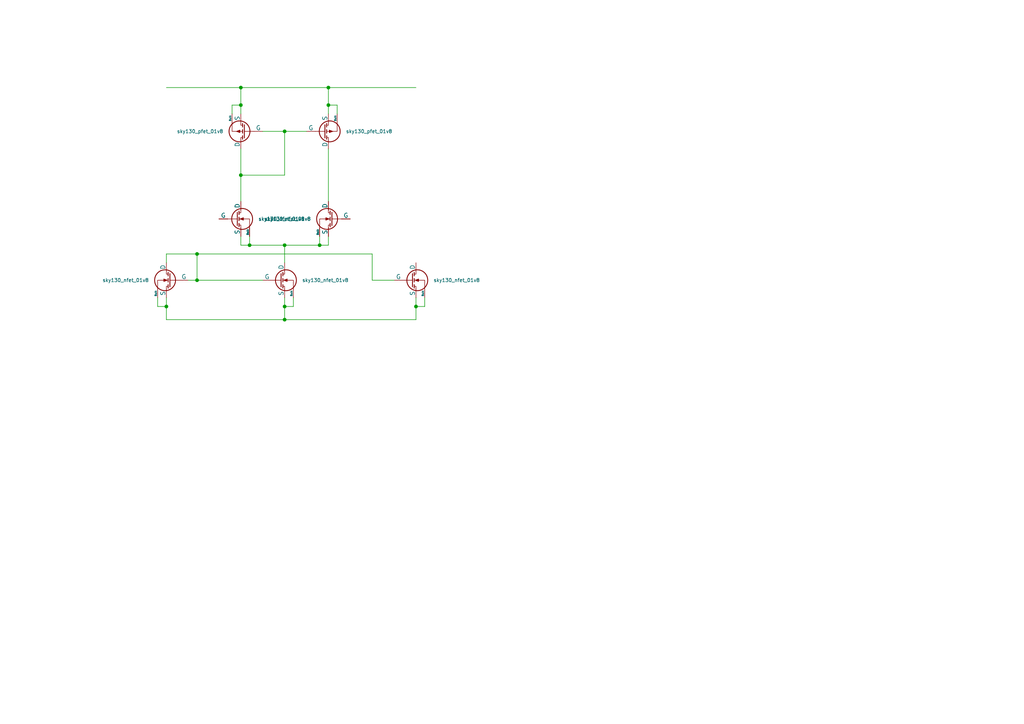
<source format=kicad_sch>
(kicad_sch (version 20231120) (generator "eeschema") (generator_version "8.0")
  (paper "A4")
  (lib_symbols
    (symbol "SKY 130 C:sky130_nfet_01v8" (pin_numbers hide) (pin_names (offset 0)) (in_bom no)
      (property "Value" "sky130_nfet_01v8" (at -8.89 -3.81 0))
      (symbol "sky130_nfet_01v8_1_1"
        (polyline (pts (xy 1.524 0) (xy -1.27 0)))
        (polyline (pts (xy 1.524 1.905) (xy 1.524 -1.905)) (stroke (width 0.254)))
        (polyline (pts (xy 2.032 -1.27) (xy 2.032 -2.286)) (stroke (width 0.254)))
        (polyline (pts (xy 2.032 0.508) (xy 2.032 -0.508)) (stroke (width 0.254)))
        (polyline (pts (xy 2.032 2.286) (xy 2.032 1.27)) (stroke (width 0.254)))
        (polyline (pts (xy 2.032 1.778) (xy 2.54 1.778) (xy 2.54 2.54)))
        (polyline (pts (xy 2.54 -2.54) (xy 2.54 -1.778) (xy 2.032 -1.778)))
        (polyline (pts (xy 5.08 -2.54) (xy 5.08 0) (xy 2.032 0)))
        (polyline (pts (xy 2.286 0) (xy 3.302 0.381) (xy 3.302 -0.381) (xy 2.286 0)) (fill (type outline)))
        (circle (center 2.921 0) (radius 3.0294) (stroke (width 0.254)))
        (pin passive line (at 2.54 5.08 270) (length 2.54) (name "D") (number "1"))
        (pin input line (at -3.81 0 0) (length 2.54) (name "G") (number "2"))
        (pin passive line (at 2.54 -5.08 90) (length 2.54) (name "S") (number "3"))
        (pin input line (at 5.08 -5.08 90) (length 2.54) (name "Bulk") (number "4"))
      )
    )
    (symbol "SKY 130 C:sky130_pfet_01v8" (pin_numbers hide) (pin_names (offset 0)) (in_bom no)
      (property "Value" "sky130_pfet_01v8" (at -8.89 -3.81 0))
      (symbol "sky130_pfet_01v8_1_1"
        (polyline (pts (xy 1.524 0) (xy -1.27 0)))
        (polyline (pts (xy 1.524 1.905) (xy 1.524 -1.905)) (stroke (width 0.254)))
        (polyline (pts (xy 2.032 -1.27) (xy 2.032 -2.286)) (stroke (width 0.254)))
        (polyline (pts (xy 2.032 0.508) (xy 2.032 -0.508)) (stroke (width 0.254)))
        (polyline (pts (xy 2.032 2.286) (xy 2.032 1.27)) (stroke (width 0.254)))
        (polyline (pts (xy 2.032 1.778) (xy 2.54 1.778) (xy 2.54 2.54)))
        (polyline (pts (xy 2.54 -2.54) (xy 2.54 -1.778) (xy 2.032 -1.778)))
        (polyline (pts (xy 5.08 -2.54) (xy 5.08 0) (xy 2.032 0)))
        (polyline (pts (xy 3.81 0) (xy 2.794 0.381) (xy 2.794 -0.381) (xy 3.81 0)) (fill (type outline)))
        (circle (center 2.921 0) (radius 3.0294) (stroke (width 0.254)))
        (pin passive line (at 2.54 5.08 270) (length 2.54) (name "D") (number "1"))
        (pin input line (at -3.81 0 0) (length 2.54) (name "G") (number "2"))
        (pin passive line (at 2.54 -5.08 90) (length 2.54) (name "S") (number "3"))
        (pin input line (at 5.08 -5.08 90) (length 2.54) (name "Bulk") (number "4"))
      )
    )
  )
  (junction (at 69.85 50.8))
  (junction (at 82.55 88.9))
  (junction (at 72.39 71.12))
  (junction (at 82.55 38.1))
  (junction (at 82.55 92.71))
  (junction (at 95.25 25.4))
  (junction (at 57.15 81.28))
  (junction (at 82.55 71.12))
  (junction (at 48.26 88.9))
  (junction (at 120.65 88.9))
  (junction (at 69.85 30.48))
  (junction (at 57.15 73.66))
  (junction (at 92.71 71.12))
  (junction (at 95.25 30.48))
  (junction (at 69.85 25.4))
  (wire (pts (xy 69.85 25.4) (xy 69.85 30.48)))
  (wire (pts (xy 82.55 92.71) (xy 120.65 92.71)))
  (wire (pts (xy 69.85 43.18) (xy 69.85 50.8)))
  (wire (pts (xy 95.25 25.4) (xy 120.65 25.4)))
  (wire (pts (xy 82.55 71.12) (xy 92.71 71.12)))
  (wire (pts (xy 69.85 50.8) (xy 82.55 50.8)))
  (wire (pts (xy 120.65 88.9) (xy 120.65 92.71)))
  (wire (pts (xy 120.65 88.9) (xy 123.19 88.9)))
  (wire (pts (xy 92.71 68.58) (xy 92.71 71.12)))
  (wire (pts (xy 95.25 43.18) (xy 95.25 58.42)))
  (wire (pts (xy 57.15 81.28) (xy 76.2 81.28)))
  (wire (pts (xy 45.72 88.9) (xy 48.26 88.9)))
  (wire (pts (xy 57.15 73.66) (xy 57.15 81.28)))
  (wire (pts (xy 107.95 73.66) (xy 107.95 81.28)))
  (wire (pts (xy 69.85 71.12) (xy 72.39 71.12)))
  (wire (pts (xy 95.25 30.48) (xy 95.25 33.02)))
  (wire (pts (xy 82.55 38.1) (xy 88.9 38.1)))
  (wire (pts (xy 57.15 73.66) (xy 107.95 73.66)))
  (wire (pts (xy 72.39 68.58) (xy 72.39 71.12)))
  (wire (pts (xy 107.95 81.28) (xy 114.3 81.28)))
  (wire (pts (xy 45.72 86.36) (xy 45.72 88.9)))
  (wire (pts (xy 48.26 76.2) (xy 48.26 73.66)))
  (wire (pts (xy 82.55 50.8) (xy 82.55 38.1)))
  (wire (pts (xy 97.79 30.48) (xy 97.79 33.02)))
  (wire (pts (xy 95.25 68.58) (xy 95.25 71.12)))
  (wire (pts (xy 82.55 71.12) (xy 82.55 76.2)))
  (wire (pts (xy 69.85 50.8) (xy 69.85 58.42)))
  (wire (pts (xy 69.85 30.48) (xy 69.85 33.02)))
  (wire (pts (xy 92.71 71.12) (xy 95.25 71.12)))
  (wire (pts (xy 67.31 33.02) (xy 67.31 30.48)))
  (wire (pts (xy 82.55 86.36) (xy 82.55 88.9)))
  (wire (pts (xy 54.61 81.28) (xy 57.15 81.28)))
  (wire (pts (xy 48.26 92.71) (xy 82.55 92.71)))
  (wire (pts (xy 82.55 88.9) (xy 85.09 88.9)))
  (wire (pts (xy 48.26 86.36) (xy 48.26 88.9)))
  (wire (pts (xy 67.31 30.48) (xy 69.85 30.48)))
  (wire (pts (xy 82.55 88.9) (xy 82.55 92.71)))
  (wire (pts (xy 48.26 73.66) (xy 57.15 73.66)))
  (wire (pts (xy 69.85 25.4) (xy 95.25 25.4)))
  (wire (pts (xy 95.25 30.48) (xy 97.79 30.48)))
  (wire (pts (xy 72.39 71.12) (xy 82.55 71.12)))
  (wire (pts (xy 85.09 86.36) (xy 85.09 88.9)))
  (wire (pts (xy 76.2 38.1) (xy 82.55 38.1)))
  (wire (pts (xy 69.85 68.58) (xy 69.85 71.12)))
  (wire (pts (xy 48.26 25.4) (xy 69.85 25.4)))
  (wire (pts (xy 123.19 86.36) (xy 123.19 88.9)))
  (wire (pts (xy 48.26 88.9) (xy 48.26 92.71)))
  (wire (pts (xy 95.25 25.4) (xy 95.25 30.48)))
  (wire (pts (xy 120.65 86.36) (xy 120.65 88.9)))
  (symbol (lib_id "SKY 130 C:sky130_nfet_01v8") (at 97.79 63.5 0) (mirror y) (unit 1) (in_bom no)
    (property "Reference" "Q1" (effects (hide yes)))
    (property "Value" "sky130_nfet_01v8" (at 90.17 63.5 0) (effects (font (size 1 1)) (justify left)))
    (property "Footprint" "(370.08, 365.08)" (effects (hide yes)))
    (property "Datasheet" "sky130_fd_pr.lef" (effects (hide yes)))
    (property "Cell PDK" "sky130A" (effects (hide yes)))
    (property "Cell Library" "sky130_fd_pr" (effects (hide yes)))
    (property "Sim.Library" "${PDK_LIBS}/spice/sky130_fet.lib" (effects (hide yes)))
    (property "Sim.Name" "sky130_nfet_01v8" (effects (hide yes)))
    (property "Sim.Device" "SUBCKT" (effects (hide yes)))
  )
  (symbol (lib_id "SKY 130 C:sky130_pfet_01v8") (at 92.71 38.1 0) (mirror x) (unit 1) (in_bom no)
    (property "Reference" "Q2" (effects (hide yes)))
    (property "Value" "sky130_pfet_01v8" (at 100.33 38.1 0) (effects (font (size 1 1)) (justify left)))
    (property "Footprint" "(370.08, 365.08)" (effects (hide yes)))
    (property "Datasheet" "sky130_fd_pr.lef" (effects (hide yes)))
    (property "Cell PDK" "sky130A" (effects (hide yes)))
    (property "Cell Library" "sky130_fd_pr" (effects (hide yes)))
    (property "Sim.Library" "${PDK_LIBS}/spice/sky130_fet.lib" (effects (hide yes)))
    (property "Sim.Name" "sky130_pfet_01v8" (effects (hide yes)))
    (property "Sim.Device" "SUBCKT" (effects (hide yes)))
  )
  (symbol (lib_id "SKY 130 C:sky130_nfet_01v8") (at 80.01 81.28 0) (unit 1) (in_bom no)
    (property "Reference" "Q5" (effects (hide yes)))
    (property "Value" "sky130_nfet_01v8" (at 87.63 81.28 0) (effects (font (size 1 1)) (justify left)))
    (property "Footprint" "(370.08, 365.08)" (effects (hide yes)))
    (property "Datasheet" "sky130_fd_pr.lef" (effects (hide yes)))
    (property "Cell PDK" "sky130A" (effects (hide yes)))
    (property "Cell Library" "sky130_fd_pr" (effects (hide yes)))
    (property "Sim.Library" "${PDK_LIBS}/spice/sky130_fet.lib" (effects (hide yes)))
    (property "Sim.Name" "sky130_nfet_01v8" (effects (hide yes)))
    (property "Sim.Device" "SUBCKT" (effects (hide yes)))
  )
  (symbol (lib_id "SKY 130 C:sky130_nfet_01v8") (at 67.31 63.5 0) (unit 1) (in_bom no)
    (property "Reference" "Q4" (effects (hide yes)))
    (property "Value" "sky130_nfet_01v8" (at 74.93 63.5 0) (effects (font (size 1 1)) (justify left)))
    (property "Footprint" "(370.08, 365.08)" (effects (hide yes)))
    (property "Datasheet" "sky130_fd_pr.lef" (effects (hide yes)))
    (property "Cell PDK" "sky130A" (effects (hide yes)))
    (property "Cell Library" "sky130_fd_pr" (effects (hide yes)))
    (property "Sim.Library" "${PDK_LIBS}/spice/sky130_fet.lib" (effects (hide yes)))
    (property "Sim.Name" "sky130_nfet_01v8" (effects (hide yes)))
    (property "Sim.Device" "SUBCKT" (effects (hide yes)))
  )
  (symbol (lib_id "SKY 130 C:sky130_nfet_01v8") (at 118.11 81.28 0) (unit 1) (in_bom no)
    (property "Reference" "Q6" (effects (hide yes)))
    (property "Value" "sky130_nfet_01v8" (at 125.73 81.28 0) (effects (font (size 1 1)) (justify left)))
    (property "Footprint" "(370.08, 365.08)" (effects (hide yes)))
    (property "Datasheet" "sky130_fd_pr.lef" (effects (hide yes)))
    (property "Cell PDK" "sky130A" (effects (hide yes)))
    (property "Cell Library" "sky130_fd_pr" (effects (hide yes)))
    (property "Sim.Library" "${PDK_LIBS}/spice/sky130_fet.lib" (effects (hide yes)))
    (property "Sim.Name" "sky130_nfet_01v8" (effects (hide yes)))
    (property "Sim.Device" "SUBCKT" (effects (hide yes)))
  )
  (symbol (lib_id "SKY 130 C:sky130_pfet_01v8") (at 72.39 38.1 180) (unit 1) (in_bom no)
    (property "Reference" "Q3" (effects (hide yes)))
    (property "Value" "sky130_pfet_01v8" (at 64.77 38.1 0) (effects (font (size 1 1)) (justify left)))
    (property "Footprint" "(370.08, 365.08)" (effects (hide yes)))
    (property "Datasheet" "sky130_fd_pr.lef" (effects (hide yes)))
    (property "Cell PDK" "sky130A" (effects (hide yes)))
    (property "Cell Library" "sky130_fd_pr" (effects (hide yes)))
    (property "Sim.Library" "${PDK_LIBS}/spice/sky130_fet.lib" (effects (hide yes)))
    (property "Sim.Name" "sky130_pfet_01v8" (effects (hide yes)))
    (property "Sim.Device" "SUBCKT" (effects (hide yes)))
  )
  (symbol (lib_id "SKY 130 C:sky130_nfet_01v8") (at 50.8 81.28 0) (mirror y) (unit 1) (in_bom no)
    (property "Reference" "Q7" (effects (hide yes)))
    (property "Value" "sky130_nfet_01v8" (at 43.18 81.28 0) (effects (font (size 1 1)) (justify left)))
    (property "Footprint" "(370.08, 365.08)" (effects (hide yes)))
    (property "Datasheet" "sky130_fd_pr.lef" (effects (hide yes)))
    (property "Cell PDK" "sky130A" (effects (hide yes)))
    (property "Cell Library" "sky130_fd_pr" (effects (hide yes)))
    (property "Sim.Library" "${PDK_LIBS}/spice/sky130_fet.lib" (effects (hide yes)))
    (property "Sim.Name" "sky130_nfet_01v8" (effects (hide yes)))
    (property "Sim.Device" "SUBCKT" (effects (hide yes)))
  )
)
</source>
